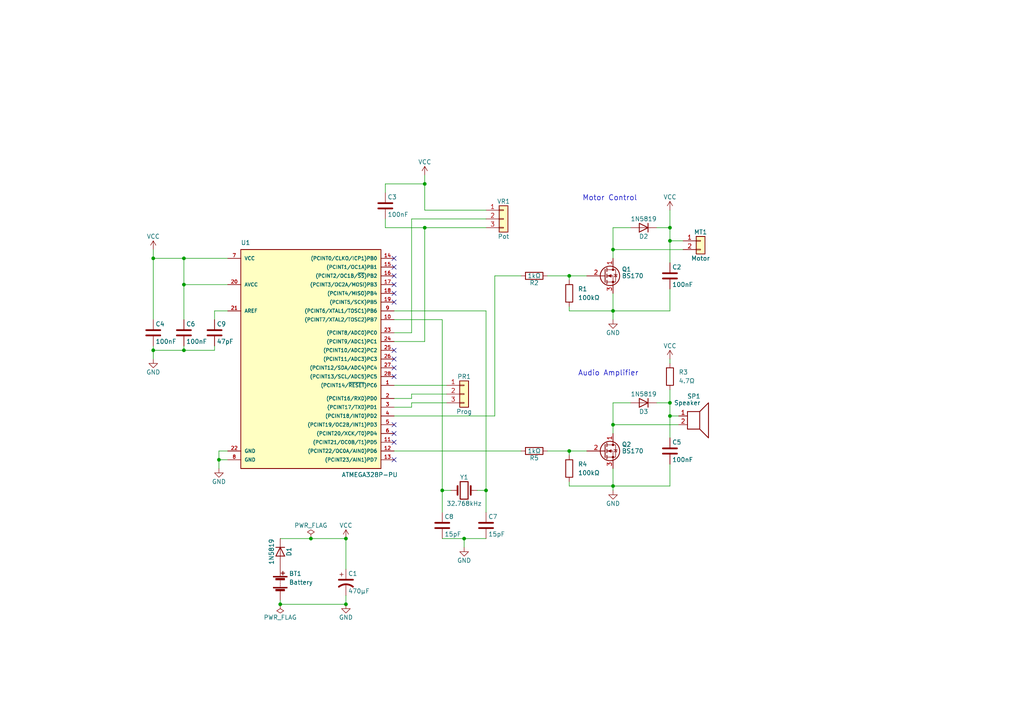
<source format=kicad_sch>
(kicad_sch (version 20211123) (generator eeschema)
  (paper "A4")
  (lib_symbols
    (symbol "Device:Battery" (pin_numbers hide) (pin_names (offset 0) hide)
      (property "Reference" "BT" (at 2.54 2.54 0))
      (property "Value" "Battery" (at 2.54 0 0))
      (symbol "Battery_0_1"
        (rectangle (start -2.032 -1.397) (end 2.032 -1.651) (fill (type outline)))
        (rectangle (start -2.032 1.778) (end 2.032 1.524) (fill (type outline)))
        (rectangle (start -1.3208 -1.9812) (end 1.27 -2.4892) (fill (type outline)))
        (rectangle (start -1.3208 1.1938) (end 1.27 0.6858) (fill (type outline)))
        (polyline (pts (xy 0 -1.524) (xy 0 -1.27)))
        (polyline (pts (xy 0 -1.016) (xy 0 -0.762)))
        (polyline (pts (xy 0 -0.508) (xy 0 -0.254)))
        (polyline (pts (xy 0 0) (xy 0 0.254)))
        (polyline (pts (xy 0 0.508) (xy 0 0.762)))
        (polyline (pts (xy 0 1.778) (xy 0 2.54)))
        (polyline (pts (xy 0.254 2.667) (xy 1.27 2.667)) (stroke (width 0.254)))
        (polyline (pts (xy 0.762 3.175) (xy 0.762 2.159)) (stroke (width 0.254)))
      )
      (symbol "Battery_1_1"
        (pin passive line (at 0 5.08 270) (length 2.54) (name "+") (number "1"))
        (pin passive line (at 0 -5.08 90) (length 2.54) (name "-") (number "2"))
      )
    )
    (symbol "Device:C" (pin_numbers hide) (pin_names (offset 0.254))
      (property "Reference" "C" (at 0.635 2.54 0))
      (property "Value" "C" (at 0.635 -2.54 0))
      (symbol "C_0_1"
        (polyline (pts (xy -2.032 -0.762) (xy 2.032 -0.762)) (stroke (width 0.508)))
        (polyline (pts (xy -2.032 0.762) (xy 2.032 0.762)) (stroke (width 0.508)))
      )
      (symbol "C_1_1"
        (pin passive line (at 0 3.81 270) (length 2.794) (name "~") (number "1"))
        (pin passive line (at 0 -3.81 90) (length 2.794) (name "~") (number "2"))
      )
    )
    (symbol "Device:C_Polarized_US" (pin_numbers hide) (pin_names (offset 0.254) hide)
      (property "Reference" "C" (at 0.635 2.54 0))
      (property "Value" "C_Polarized_US" (at 0.635 -2.54 0))
      (symbol "C_Polarized_US_0_1"
        (polyline (pts (xy -2.032 0.762) (xy 2.032 0.762)) (stroke (width 0.508)))
        (polyline (pts (xy -1.778 2.286) (xy -0.762 2.286)))
        (polyline (pts (xy -1.27 1.778) (xy -1.27 2.794)))
        (arc (start 2.032 -1.27) (mid 0 -0.5572) (end -2.032 -1.27) (stroke (width 0.508)))
      )
      (symbol "C_Polarized_US_1_1"
        (pin passive line (at 0 3.81 270) (length 2.794) (name "~") (number "1"))
        (pin passive line (at 0 -3.81 90) (length 3.302) (name "~") (number "2"))
      )
    )
    (symbol "Device:Crystal" (pin_numbers hide) (pin_names (offset 1.016) hide)
      (property "Reference" "Y" (at 0 3.81 0))
      (property "Value" "Crystal" (at 0 -3.81 0))
      (symbol "Crystal_0_1"
        (rectangle (start -1.143 2.54) (end 1.143 -2.54) (stroke (width 0.3048)))
        (polyline (pts (xy -2.54 0) (xy -1.905 0)))
        (polyline (pts (xy -1.905 -1.27) (xy -1.905 1.27)) (stroke (width 0.508)))
        (polyline (pts (xy 1.905 -1.27) (xy 1.905 1.27)) (stroke (width 0.508)))
        (polyline (pts (xy 2.54 0) (xy 1.905 0)))
      )
      (symbol "Crystal_1_1"
        (pin passive line (at -3.81 0 0) (length 1.27) (name "1") (number "1"))
        (pin passive line (at 3.81 0 180) (length 1.27) (name "2") (number "2"))
      )
    )
    (symbol "Device:D" (pin_numbers hide) (pin_names (offset 1.016) hide)
      (property "Reference" "D" (at 0 2.54 0))
      (property "Value" "D" (at 0 -2.54 0))
      (symbol "D_0_1"
        (polyline (pts (xy -1.27 1.27) (xy -1.27 -1.27)) (stroke (width 0.254)))
        (polyline (pts (xy 1.27 0) (xy -1.27 0)))
        (polyline (pts (xy 1.27 1.27) (xy 1.27 -1.27) (xy -1.27 0) (xy 1.27 1.27)) (stroke (width 0.254)))
      )
      (symbol "D_1_1"
        (pin passive line (at -3.81 0 0) (length 2.54) (name "K") (number "1"))
        (pin passive line (at 3.81 0 180) (length 2.54) (name "A") (number "2"))
      )
    )
    (symbol "Device:R" (pin_numbers hide) (pin_names (offset 0))
      (property "Reference" "R" (at 2.032 0 90))
      (property "Value" "R" (at 0 0 90))
      (symbol "R_0_1"
        (rectangle (start -1.016 -2.54) (end 1.016 2.54) (stroke (width 0.254)))
      )
      (symbol "R_1_1"
        (pin passive line (at 0 3.81 270) (length 1.27) (name "~") (number "1"))
        (pin passive line (at 0 -3.81 90) (length 1.27) (name "~") (number "2"))
      )
    )
    (symbol "Device:Speaker" (pin_names (offset 0) hide)
      (property "Reference" "LS" (at 1.27 5.715 0))
      (property "Value" "Speaker" (at 1.27 3.81 0))
      (symbol "Speaker_0_0"
        (rectangle (start -2.54 1.27) (end 1.016 -3.81) (stroke (width 0.254)))
        (polyline (pts (xy 1.016 1.27) (xy 3.556 3.81) (xy 3.556 -6.35) (xy 1.016 -3.81)) (stroke (width 0.254)))
      )
      (symbol "Speaker_1_1"
        (pin input line (at -5.08 0 0) (length 2.54) (name "1") (number "1"))
        (pin input line (at -5.08 -2.54 0) (length 2.54) (name "2") (number "2"))
      )
    )
    (symbol "power:GND" (power) (pin_names (offset 0))
      (property "Value" "GND" (at 0 -3.81 0))
      (symbol "GND_0_1"
        (polyline (pts (xy 0 0) (xy 0 -1.27) (xy 1.27 -1.27) (xy 0 -2.54) (xy -1.27 -1.27) (xy 0 -1.27)))
      )
      (symbol "GND_1_1"
        (pin power_in line (at 0 0 270) (length 0) hide (name "GND") (number "1"))
      )
    )
    (symbol "power:PWR_FLAG" (power) (pin_numbers hide) (pin_names (offset 0) hide)
      (property "Value" "PWR_FLAG" (at 0 3.81 0))
      (symbol "PWR_FLAG_0_0"
        (pin power_out line (at 0 0 90) (length 0) (name "pwr") (number "1"))
      )
      (symbol "PWR_FLAG_0_1"
        (polyline (pts (xy 0 0) (xy 0 1.27) (xy -1.016 1.905) (xy 0 2.54) (xy 1.016 1.905) (xy 0 1.27)))
      )
    )
    (symbol "power:VCC" (power) (pin_names (offset 0))
      (property "Value" "VCC" (at 0 3.81 0))
      (symbol "VCC_0_1"
        (polyline (pts (xy -0.762 1.27) (xy 0 2.54)))
        (polyline (pts (xy 0 0) (xy 0 2.54)))
        (polyline (pts (xy 0 2.54) (xy 0.762 1.27)))
      )
      (symbol "VCC_1_1"
        (pin power_in line (at 0 0 90) (length 0) hide (name "VCC") (number "1"))
      )
    )
    (symbol "timer-rescue:ATMEGA328P-PU" (pin_names (offset 1.016))
      (property "Reference" "U" (at -19.05 31.75 0))
      (property "Value" "ATMEGA328P-PU" (at 10.16 -35.56 0))
      (symbol "ATMEGA328P-PU_0_1"
        (rectangle (start -19.05 30.48) (end 21.59 -33.02) (stroke (width 0.254)) (fill (type background)))
      )
      (symbol "ATMEGA328P-PU_1_1"
        (pin bidirectional line (at 25.4 -8.89 180) (length 3.81) (name "(PCINT14/~{RESET})PC6") (number "1"))
        (pin bidirectional line (at 25.4 10.16 180) (length 3.81) (name "(PCINT7/XTAL2/TOSC2)PB7") (number "10"))
        (pin bidirectional line (at 25.4 -25.4 180) (length 3.81) (name "(PCINT21/OC0B/T1)PD5") (number "11"))
        (pin bidirectional line (at 25.4 -27.94 180) (length 3.81) (name "(PCINT22/OC0A/AIN0)PD6") (number "12"))
        (pin bidirectional line (at 25.4 -30.48 180) (length 3.81) (name "(PCINT23/AIN1)PD7") (number "13"))
        (pin bidirectional line (at 25.4 27.94 180) (length 3.81) (name "(PCINT0/CLKO/ICP1)PB0") (number "14"))
        (pin bidirectional line (at 25.4 25.4 180) (length 3.81) (name "(PCINT1/OC1A)PB1") (number "15"))
        (pin bidirectional line (at 25.4 22.86 180) (length 3.81) (name "(PCINT2/OC1B/~{SS})PB2") (number "16"))
        (pin bidirectional line (at 25.4 20.32 180) (length 3.81) (name "(PCINT3/OC2A/MOSI)PB3") (number "17"))
        (pin bidirectional line (at 25.4 17.78 180) (length 3.81) (name "(PCINT4/MISO)PB4") (number "18"))
        (pin bidirectional line (at 25.4 15.24 180) (length 3.81) (name "(PCINT5/SCK)PB5") (number "19"))
        (pin bidirectional line (at 25.4 -12.7 180) (length 3.81) (name "(PCINT16/RXD)PD0") (number "2"))
        (pin power_in line (at -22.86 20.32 0) (length 3.81) (name "AVCC") (number "20"))
        (pin bidirectional line (at -22.86 12.7 0) (length 3.81) (name "AREF") (number "21"))
        (pin power_in line (at -22.86 -27.94 0) (length 3.81) (name "GND") (number "22"))
        (pin bidirectional line (at 25.4 6.35 180) (length 3.81) (name "(PCINT8/ADC0)PC0") (number "23"))
        (pin bidirectional line (at 25.4 3.81 180) (length 3.81) (name "(PCINT9/ADC1)PC1") (number "24"))
        (pin bidirectional line (at 25.4 1.27 180) (length 3.81) (name "(PCINT10/ADC2)PC2") (number "25"))
        (pin bidirectional line (at 25.4 -1.27 180) (length 3.81) (name "(PCINT11/ADC3)PC3") (number "26"))
        (pin bidirectional line (at 25.4 -3.81 180) (length 3.81) (name "(PCINT12/SDA/ADC4)PC4") (number "27"))
        (pin bidirectional line (at 25.4 -6.35 180) (length 3.81) (name "(PCINT13/SCL/ADC5)PC5") (number "28"))
        (pin bidirectional line (at 25.4 -15.24 180) (length 3.81) (name "(PCINT17/TXD)PD1") (number "3"))
        (pin bidirectional line (at 25.4 -17.78 180) (length 3.81) (name "(PCINT18/INT0)PD2") (number "4"))
        (pin bidirectional line (at 25.4 -20.32 180) (length 3.81) (name "(PCINT19/OC2B/INT1)PD3") (number "5"))
        (pin bidirectional line (at 25.4 -22.86 180) (length 3.81) (name "(PCINT20/XCK/T0)PD4") (number "6"))
        (pin power_in line (at -22.86 27.94 0) (length 3.81) (name "VCC") (number "7"))
        (pin power_in line (at -22.86 -30.48 0) (length 3.81) (name "GND") (number "8"))
        (pin bidirectional line (at 25.4 12.7 180) (length 3.81) (name "(PCINT6/XTAL1/TOSC1)PB6") (number "9"))
      )
    )
    (symbol "timer-rescue:BS170" (pin_names (offset 0) hide)
      (property "Reference" "Q" (at 5.08 1.905 0))
      (property "Value" "BS170" (at 5.08 0 0))
      (symbol "BS170_0_1"
        (polyline (pts (xy 0.762 -1.778) (xy 2.54 -1.778)))
        (polyline (pts (xy 0.762 -1.27) (xy 0.762 -2.286)) (stroke (width 0.254)))
        (polyline (pts (xy 0.762 0) (xy 2.54 0)))
        (polyline (pts (xy 0.762 0.508) (xy 0.762 -0.508)) (stroke (width 0.254)))
        (polyline (pts (xy 0.762 1.778) (xy 2.54 1.778)))
        (polyline (pts (xy 0.762 2.286) (xy 0.762 1.27)) (stroke (width 0.254)))
        (polyline (pts (xy 2.54 -1.778) (xy 2.54 -2.54)))
        (polyline (pts (xy 2.54 -1.778) (xy 2.54 0)))
        (polyline (pts (xy 2.54 2.54) (xy 2.54 1.778)))
        (polyline (pts (xy 0.254 1.905) (xy 0.254 -1.905) (xy 0.254 -1.905)) (stroke (width 0.254)))
        (polyline (pts (xy 1.016 0) (xy 2.032 0.381) (xy 2.032 -0.381) (xy 1.016 0)) (fill (type outline)))
        (polyline (pts (xy 2.54 -1.778) (xy 3.302 -1.778) (xy 3.302 1.778) (xy 2.54 1.778)))
        (polyline (pts (xy 2.794 0.508) (xy 2.921 0.381) (xy 3.683 0.381) (xy 3.81 0.254)))
        (polyline (pts (xy 3.302 0.381) (xy 2.921 -0.254) (xy 3.683 -0.254) (xy 3.302 0.381)))
        (circle (center 1.651 0) (radius 2.8194) (stroke (width 0.254)))
        (circle (center 2.54 -1.778) (radius 0.2794) (fill (type outline)))
        (circle (center 2.54 1.778) (radius 0.2794) (fill (type outline)))
      )
      (symbol "BS170_1_1"
        (pin passive line (at 2.54 5.08 270) (length 2.54) (name "D") (number "1"))
        (pin input line (at -5.08 0 0) (length 5.334) (name "G") (number "2"))
        (pin passive line (at 2.54 -5.08 90) (length 2.54) (name "S") (number "3"))
      )
    )
    (symbol "timer-rescue:Conn_01x02" (pin_names (offset 1.016) hide)
      (property "Reference" "J" (at 0 2.54 0))
      (property "Value" "Conn_01x02" (at 0 -5.08 0))
      (symbol "Conn_01x02_1_1"
        (rectangle (start -1.27 -2.413) (end 0 -2.667) (stroke (width 0.1524)))
        (rectangle (start -1.27 0.127) (end 0 -0.127) (stroke (width 0.1524)))
        (rectangle (start -1.27 1.27) (end 1.27 -3.81) (stroke (width 0.254)) (fill (type background)))
        (pin passive line (at -5.08 0 0) (length 3.81) (name "Pin_1") (number "1"))
        (pin passive line (at -5.08 -2.54 0) (length 3.81) (name "Pin_2") (number "2"))
      )
    )
    (symbol "timer-rescue:Conn_01x03" (pin_names (offset 1.016) hide)
      (property "Reference" "J" (at 0 5.08 0))
      (property "Value" "Conn_01x03" (at 0 -5.08 0))
      (symbol "Conn_01x03_1_1"
        (rectangle (start -1.27 -2.413) (end 0 -2.667) (stroke (width 0.1524)))
        (rectangle (start -1.27 0.127) (end 0 -0.127) (stroke (width 0.1524)))
        (rectangle (start -1.27 2.667) (end 0 2.413) (stroke (width 0.1524)))
        (rectangle (start -1.27 3.81) (end 1.27 -3.81) (stroke (width 0.254)) (fill (type background)))
        (pin passive line (at -5.08 2.54 0) (length 3.81) (name "Pin_1") (number "1"))
        (pin passive line (at -5.08 0 0) (length 3.81) (name "Pin_2") (number "2"))
        (pin passive line (at -5.08 -2.54 0) (length 3.81) (name "Pin_3") (number "3"))
      )
    )
  )
  (junction (at 177.8 72.39))
  (junction (at 53.34 82.55))
  (junction (at 63.5 133.35))
  (junction (at 90.17 156.21))
  (junction (at 44.45 74.93))
  (junction (at 100.33 156.21))
  (junction (at 53.34 101.6))
  (junction (at 194.31 66.04))
  (junction (at 165.1 80.01))
  (junction (at 140.97 142.24))
  (junction (at 134.62 156.21))
  (junction (at 53.34 74.93))
  (junction (at 100.33 175.26))
  (junction (at 177.8 123.19))
  (junction (at 165.1 130.81))
  (junction (at 123.19 66.04))
  (junction (at 194.31 116.84))
  (junction (at 177.8 140.97))
  (junction (at 194.31 120.65))
  (junction (at 44.45 101.6))
  (junction (at 123.19 53.34))
  (junction (at 81.28 175.26))
  (junction (at 177.8 90.17))
  (junction (at 128.27 142.24))
  (junction (at 194.31 69.85))
  (no_connect (at 114.3 125.73))
  (no_connect (at 114.3 80.01))
  (no_connect (at 114.3 106.68))
  (no_connect (at 114.3 85.09))
  (no_connect (at 114.3 77.47))
  (no_connect (at 114.3 123.19))
  (no_connect (at 114.3 109.22))
  (no_connect (at 114.3 82.55))
  (no_connect (at 114.3 87.63))
  (no_connect (at 114.3 133.35))
  (no_connect (at 114.3 104.14))
  (no_connect (at 114.3 74.93))
  (no_connect (at 114.3 128.27))
  (no_connect (at 114.3 101.6))
  (wire (pts (xy 62.23 101.6) (xy 53.34 101.6)))
  (wire (pts (xy 114.3 115.57) (xy 119.38 115.57)))
  (wire (pts (xy 44.45 72.39) (xy 44.45 74.93)))
  (wire (pts (xy 177.8 66.04) (xy 177.8 72.39)))
  (wire (pts (xy 182.88 66.04) (xy 177.8 66.04)))
  (wire (pts (xy 177.8 90.17) (xy 177.8 92.71)))
  (wire (pts (xy 194.31 116.84) (xy 194.31 120.65)))
  (wire (pts (xy 194.31 69.85) (xy 194.31 76.2)))
  (wire (pts (xy 134.62 156.21) (xy 134.62 158.75)))
  (wire (pts (xy 111.76 66.04) (xy 123.19 66.04)))
  (wire (pts (xy 140.97 142.24) (xy 138.43 142.24)))
  (wire (pts (xy 143.51 120.65) (xy 143.51 80.01)))
  (wire (pts (xy 177.8 85.09) (xy 177.8 90.17)))
  (wire (pts (xy 81.28 175.26) (xy 100.33 175.26)))
  (wire (pts (xy 81.28 173.99) (xy 81.28 175.26)))
  (wire (pts (xy 194.31 120.65) (xy 194.31 127)))
  (wire (pts (xy 44.45 101.6) (xy 44.45 104.14)))
  (wire (pts (xy 100.33 172.72) (xy 100.33 175.26)))
  (wire (pts (xy 81.28 156.21) (xy 90.17 156.21)))
  (wire (pts (xy 165.1 130.81) (xy 170.18 130.81)))
  (wire (pts (xy 194.31 104.14) (xy 194.31 105.41)))
  (wire (pts (xy 53.34 82.55) (xy 53.34 92.71)))
  (wire (pts (xy 194.31 66.04) (xy 190.5 66.04)))
  (wire (pts (xy 128.27 142.24) (xy 128.27 148.59)))
  (wire (pts (xy 158.75 80.01) (xy 165.1 80.01)))
  (wire (pts (xy 128.27 92.71) (xy 128.27 142.24)))
  (wire (pts (xy 123.19 66.04) (xy 123.19 99.06)))
  (wire (pts (xy 177.8 123.19) (xy 177.8 125.73)))
  (wire (pts (xy 194.31 113.03) (xy 194.31 116.84)))
  (wire (pts (xy 44.45 74.93) (xy 53.34 74.93)))
  (wire (pts (xy 66.04 90.17) (xy 62.23 90.17)))
  (wire (pts (xy 53.34 100.33) (xy 53.34 101.6)))
  (wire (pts (xy 165.1 80.01) (xy 170.18 80.01)))
  (wire (pts (xy 194.31 66.04) (xy 194.31 69.85)))
  (wire (pts (xy 62.23 100.33) (xy 62.23 101.6)))
  (wire (pts (xy 194.31 116.84) (xy 190.5 116.84)))
  (wire (pts (xy 140.97 142.24) (xy 140.97 148.59)))
  (wire (pts (xy 123.19 60.96) (xy 140.97 60.96)))
  (wire (pts (xy 165.1 140.97) (xy 177.8 140.97)))
  (wire (pts (xy 194.31 90.17) (xy 177.8 90.17)))
  (wire (pts (xy 123.19 66.04) (xy 140.97 66.04)))
  (wire (pts (xy 53.34 74.93) (xy 53.34 82.55)))
  (wire (pts (xy 100.33 156.21) (xy 100.33 165.1)))
  (wire (pts (xy 114.3 130.81) (xy 151.13 130.81)))
  (wire (pts (xy 123.19 53.34) (xy 123.19 60.96)))
  (wire (pts (xy 119.38 118.11) (xy 119.38 116.84)))
  (wire (pts (xy 119.38 116.84) (xy 129.54 116.84)))
  (wire (pts (xy 119.38 63.5) (xy 140.97 63.5)))
  (wire (pts (xy 130.81 142.24) (xy 128.27 142.24)))
  (wire (pts (xy 194.31 60.96) (xy 194.31 66.04)))
  (wire (pts (xy 111.76 53.34) (xy 123.19 53.34)))
  (wire (pts (xy 165.1 139.7) (xy 165.1 140.97)))
  (wire (pts (xy 177.8 116.84) (xy 177.8 123.19)))
  (wire (pts (xy 114.3 111.76) (xy 129.54 111.76)))
  (wire (pts (xy 114.3 118.11) (xy 119.38 118.11)))
  (wire (pts (xy 128.27 156.21) (xy 134.62 156.21)))
  (wire (pts (xy 62.23 90.17) (xy 62.23 92.71)))
  (wire (pts (xy 63.5 133.35) (xy 63.5 135.89)))
  (wire (pts (xy 44.45 100.33) (xy 44.45 101.6)))
  (wire (pts (xy 194.31 83.82) (xy 194.31 90.17)))
  (wire (pts (xy 158.75 130.81) (xy 165.1 130.81)))
  (wire (pts (xy 114.3 96.52) (xy 119.38 96.52)))
  (wire (pts (xy 194.31 134.62) (xy 194.31 140.97)))
  (wire (pts (xy 123.19 99.06) (xy 114.3 99.06)))
  (wire (pts (xy 194.31 140.97) (xy 177.8 140.97)))
  (wire (pts (xy 66.04 130.81) (xy 63.5 130.81)))
  (wire (pts (xy 123.19 50.8) (xy 123.19 53.34)))
  (wire (pts (xy 119.38 115.57) (xy 119.38 114.3)))
  (wire (pts (xy 165.1 90.17) (xy 177.8 90.17)))
  (wire (pts (xy 111.76 55.88) (xy 111.76 53.34)))
  (wire (pts (xy 165.1 80.01) (xy 165.1 81.28)))
  (wire (pts (xy 177.8 72.39) (xy 177.8 74.93)))
  (wire (pts (xy 165.1 130.81) (xy 165.1 132.08)))
  (wire (pts (xy 134.62 156.21) (xy 140.97 156.21)))
  (wire (pts (xy 63.5 130.81) (xy 63.5 133.35)))
  (wire (pts (xy 196.85 123.19) (xy 177.8 123.19)))
  (wire (pts (xy 177.8 140.97) (xy 177.8 142.24)))
  (wire (pts (xy 194.31 69.85) (xy 198.12 69.85)))
  (wire (pts (xy 114.3 120.65) (xy 143.51 120.65)))
  (wire (pts (xy 140.97 90.17) (xy 140.97 142.24)))
  (wire (pts (xy 143.51 80.01) (xy 151.13 80.01)))
  (wire (pts (xy 177.8 135.89) (xy 177.8 140.97)))
  (wire (pts (xy 165.1 88.9) (xy 165.1 90.17)))
  (wire (pts (xy 44.45 74.93) (xy 44.45 92.71)))
  (wire (pts (xy 66.04 133.35) (xy 63.5 133.35)))
  (wire (pts (xy 53.34 82.55) (xy 66.04 82.55)))
  (wire (pts (xy 182.88 116.84) (xy 177.8 116.84)))
  (wire (pts (xy 128.27 92.71) (xy 114.3 92.71)))
  (wire (pts (xy 119.38 114.3) (xy 129.54 114.3)))
  (wire (pts (xy 111.76 63.5) (xy 111.76 66.04)))
  (wire (pts (xy 53.34 101.6) (xy 44.45 101.6)))
  (wire (pts (xy 53.34 74.93) (xy 66.04 74.93)))
  (wire (pts (xy 177.8 72.39) (xy 198.12 72.39)))
  (wire (pts (xy 119.38 96.52) (xy 119.38 63.5)))
  (wire (pts (xy 194.31 120.65) (xy 196.85 120.65)))
  (wire (pts (xy 90.17 156.21) (xy 100.33 156.21)))
  (wire (pts (xy 114.3 90.17) (xy 140.97 90.17)))
  (text "Audio Amplifier" (at 167.64 109.22 0) (effects (font (size 1.524 1.524)) (justify left bottom)))
  (text "Motor Control" (at 168.91 58.42 0) (effects (font (size 1.524 1.524)) (justify left bottom)))
  (symbol (lib_id "timer-rescue:ATMEGA328P-PU") (at 88.9 102.87 0) (unit 1)
    (property "Reference" "U1" (at 69.85 71.12 0) (effects (justify left bottom)))
    (property "Value" "ATMEGA328P-PU" (at 99.06 138.43 0) (effects (justify left bottom)))
    (property "Footprint" "Package_DIP:DIP-28_W7.62mm_Socket" (effects hide))
  )
  (symbol (lib_id "power:GND") (at 63.5 135.89 0) (unit 1)
    (property "Reference" "#PWR02" (effects hide))
    (property "Value" "GND" (at 63.5 139.7 0))
  )
  (symbol (lib_id "power:VCC") (at 44.45 72.39 0) (unit 1)
    (property "Reference" "#PWR0101" (effects hide))
    (property "Value" "VCC" (at 44.45 68.58 0))
  )
  (symbol (lib_id "Device:C") (at 62.23 96.52 0) (unit 1)
    (property "Reference" "C9" (at 62.865 93.98 0) (effects (justify left)))
    (property "Value" "47pF" (at 62.865 99.06 0) (effects (justify left)))
    (property "Footprint" "Capacitor_THT:C_Disc_D5.0mm_W2.5mm_P2.50mm" (effects hide))
  )
  (symbol (lib_id "Device:Crystal") (at 134.62 142.24 0) (unit 1)
    (property "Reference" "Y1" (at 134.62 138.43 0))
    (property "Value" "32.768kHz" (at 134.62 146.05 0))
    (property "Footprint" "Crystal:Crystal_C38-LF_D3.0mm_L8.0mm_Vertical" (effects hide))
    (property "Datasheet" "http://www.abracon.com/Resonators/AB38T.pdf" (effects hide))
  )
  (symbol (lib_id "Device:C") (at 128.27 152.4 0) (unit 1)
    (property "Reference" "C8" (at 128.905 149.86 0) (effects (justify left)))
    (property "Value" "15pF" (at 128.905 154.94 0) (effects (justify left)))
    (property "Footprint" "Capacitor_THT:C_Disc_D5.0mm_W2.5mm_P2.50mm" (effects hide))
  )
  (symbol (lib_id "Device:C") (at 140.97 152.4 0) (unit 1)
    (property "Reference" "C7" (at 141.605 149.86 0) (effects (justify left)))
    (property "Value" "15pF" (at 141.605 154.94 0) (effects (justify left)))
    (property "Footprint" "Capacitor_THT:C_Disc_D5.0mm_W2.5mm_P2.50mm" (effects hide))
  )
  (symbol (lib_id "power:GND") (at 134.62 158.75 0) (unit 1)
    (property "Reference" "#PWR04" (effects hide))
    (property "Value" "GND" (at 134.62 162.56 0))
  )
  (symbol (lib_id "power:GND") (at 177.8 142.24 0) (unit 1)
    (property "Reference" "#PWR06" (effects hide))
    (property "Value" "GND" (at 177.8 146.05 0))
  )
  (symbol (lib_id "power:VCC") (at 194.31 104.14 0) (unit 1)
    (property "Reference" "#PWR0104" (effects hide))
    (property "Value" "VCC" (at 194.31 100.33 0))
  )
  (symbol (lib_id "Device:Speaker") (at 201.93 120.65 0) (unit 1)
    (property "Reference" "SP1" (at 203.2 114.935 0) (effects (justify right)))
    (property "Value" "Speaker" (at 203.2 116.84 0) (effects (justify right)))
    (property "Footprint" "Connector_PinHeader_2.54mm:PinHeader_1x02_P2.54mm_Vertical" (effects hide))
  )
  (symbol (lib_id "timer-rescue:Conn_01x02") (at 203.2 69.85 0) (unit 1)
    (property "Reference" "MT1" (at 203.2 67.31 0))
    (property "Value" "Motor" (at 203.2 74.93 0))
    (property "Footprint" "Connector_PinHeader_2.54mm:PinHeader_1x02_P2.54mm_Vertical" (effects hide))
  )
  (symbol (lib_id "timer-rescue:Conn_01x03") (at 146.05 63.5 0) (unit 1)
    (property "Reference" "VR1" (at 146.05 58.42 0))
    (property "Value" "Pot" (at 146.05 68.58 0))
    (property "Footprint" "Connector_PinHeader_2.54mm:PinHeader_1x03_P2.54mm_Vertical" (effects hide))
  )
  (symbol (lib_id "power:VCC") (at 123.19 50.8 0) (unit 1)
    (property "Reference" "#PWR0105" (effects hide))
    (property "Value" "VCC" (at 123.19 46.99 0))
  )
  (symbol (lib_id "power:GND") (at 100.33 175.26 0) (unit 1)
    (property "Reference" "#PWR03" (effects hide))
    (property "Value" "GND" (at 100.33 179.07 0))
  )
  (symbol (lib_id "power:VCC") (at 100.33 156.21 0) (unit 1)
    (property "Reference" "#PWR0103" (effects hide))
    (property "Value" "VCC" (at 100.33 152.4 0))
  )
  (symbol (lib_id "Device:Battery") (at 81.28 168.91 0) (unit 1)
    (property "Reference" "BT1" (at 83.82 166.37 0) (effects (justify left)))
    (property "Value" "Battery" (at 83.82 168.91 0) (effects (justify left)))
    (property "Footprint" "Connector_PinHeader_2.54mm:PinHeader_1x02_P2.54mm_Vertical" (effects hide))
  )
  (symbol (lib_id "timer-rescue:Conn_01x03") (at 134.62 114.3 0) (unit 1)
    (property "Reference" "PR1" (at 134.62 109.22 0))
    (property "Value" "Prog" (at 134.62 119.38 0))
    (property "Footprint" "Connector_PinHeader_2.54mm:PinHeader_1x03_P2.54mm_Vertical" (effects hide))
  )
  (symbol (lib_id "timer-rescue:BS170") (at 175.26 130.81 0) (unit 1)
    (property "Reference" "Q2" (at 180.34 128.905 0) (effects (justify left)))
    (property "Value" "BS170" (at 180.34 130.81 0) (effects (justify left)))
    (property "Footprint" "Package_TO_SOT_THT:TO-92_Inline_Wide" (effects hide))
  )
  (symbol (lib_id "Device:R") (at 154.94 130.81 270) (unit 1)
    (property "Reference" "R5" (at 154.94 132.842 90))
    (property "Value" "1kΩ" (at 154.94 130.81 90))
    (property "Footprint" "Resistor_THT:R_Axial_DIN0207_L6.3mm_D2.5mm_P2.54mm_Vertical" (effects hide))
  )
  (symbol (lib_id "Device:D") (at 186.69 116.84 180) (unit 1)
    (property "Reference" "D3" (at 186.69 119.38 0))
    (property "Value" "1N5819" (at 186.69 114.3 0))
    (property "Footprint" "Diode_THT:D_DO-41_SOD81_P2.54mm_Vertical_KathodeUp" (effects hide))
  )
  (symbol (lib_id "Device:C") (at 194.31 130.81 0) (unit 1)
    (property "Reference" "C5" (at 194.945 128.27 0) (effects (justify left)))
    (property "Value" "100nF" (at 194.945 133.35 0) (effects (justify left)))
    (property "Footprint" "Capacitor_THT:C_Disc_D5.0mm_W2.5mm_P5.00mm" (effects hide))
  )
  (symbol (lib_id "power:GND") (at 177.8 92.71 0) (unit 1)
    (property "Reference" "#PWR05" (effects hide))
    (property "Value" "GND" (at 177.8 96.52 0))
  )
  (symbol (lib_id "power:VCC") (at 194.31 60.96 0) (unit 1)
    (property "Reference" "#PWR0102" (effects hide))
    (property "Value" "VCC" (at 194.31 57.15 0))
  )
  (symbol (lib_id "timer-rescue:BS170") (at 175.26 80.01 0) (unit 1)
    (property "Reference" "Q1" (at 180.34 78.105 0) (effects (justify left)))
    (property "Value" "BS170" (at 180.34 80.01 0) (effects (justify left)))
    (property "Footprint" "Package_TO_SOT_THT:TO-92_Inline_Wide" (effects hide))
  )
  (symbol (lib_id "Device:R") (at 154.94 80.01 270) (unit 1)
    (property "Reference" "R2" (at 154.94 82.042 90))
    (property "Value" "1kΩ" (at 154.94 80.01 90))
    (property "Footprint" "Resistor_THT:R_Axial_DIN0207_L6.3mm_D2.5mm_P2.54mm_Vertical" (effects hide))
  )
  (symbol (lib_id "Device:D") (at 186.69 66.04 180) (unit 1)
    (property "Reference" "D2" (at 186.69 68.58 0))
    (property "Value" "1N5819" (at 186.69 63.5 0))
    (property "Footprint" "Diode_THT:D_DO-41_SOD81_P2.54mm_Vertical_KathodeUp" (effects hide))
  )
  (symbol (lib_id "Device:C") (at 194.31 80.01 0) (unit 1)
    (property "Reference" "C2" (at 194.945 77.47 0) (effects (justify left)))
    (property "Value" "100nF" (at 194.945 82.55 0) (effects (justify left)))
    (property "Footprint" "Capacitor_THT:C_Disc_D5.0mm_W2.5mm_P5.00mm" (effects hide))
  )
  (symbol (lib_id "Device:C") (at 44.45 96.52 0) (unit 1)
    (property "Reference" "C4" (at 45.085 93.98 0) (effects (justify left)))
    (property "Value" "100nF" (at 45.085 99.06 0) (effects (justify left)))
    (property "Footprint" "Capacitor_THT:C_Disc_D5.0mm_W2.5mm_P5.00mm" (effects hide))
  )
  (symbol (lib_id "Device:C") (at 53.34 96.52 0) (unit 1)
    (property "Reference" "C6" (at 53.975 93.98 0) (effects (justify left)))
    (property "Value" "100nF" (at 53.975 99.06 0) (effects (justify left)))
    (property "Footprint" "Capacitor_THT:C_Disc_D5.0mm_W2.5mm_P5.00mm" (effects hide))
  )
  (symbol (lib_id "power:GND") (at 44.45 104.14 0) (unit 1)
    (property "Reference" "#PWR01" (effects hide))
    (property "Value" "GND" (at 44.45 107.95 0))
  )
  (symbol (lib_id "Device:C_Polarized_US") (at 100.33 168.91 0) (unit 1)
    (property "Reference" "C1" (at 100.965 166.37 0) (effects (justify left)))
    (property "Value" "470µF" (at 100.965 171.45 0) (effects (justify left)))
    (property "Footprint" "Capacitor_THT:CP_Radial_D10.0mm_P5.00mm" (effects hide))
  )
  (symbol (lib_id "power:PWR_FLAG") (at 81.28 175.26 180) (unit 1)
    (property "Reference" "#FLG02" (effects hide))
    (property "Value" "PWR_FLAG" (at 81.28 179.07 0))
  )
  (symbol (lib_id "Device:D") (at 81.28 160.02 270) (unit 1)
    (property "Reference" "D1" (at 83.82 160.02 0))
    (property "Value" "1N5819" (at 78.74 160.02 0))
    (property "Footprint" "Diode_THT:D_DO-41_SOD81_P2.54mm_Vertical_KathodeUp" (effects hide))
  )
  (symbol (lib_id "Device:R") (at 165.1 135.89 0) (unit 1)
    (property "Reference" "R4" (at 167.64 134.6199 0) (effects (justify left)))
    (property "Value" "100kΩ" (at 167.64 137.1599 0) (effects (justify left)))
    (property "Footprint" "Resistor_THT:R_Axial_DIN0207_L6.3mm_D2.5mm_P2.54mm_Vertical" (effects hide))
  )
  (symbol (lib_id "Device:R") (at 165.1 85.09 0) (unit 1)
    (property "Reference" "R1" (at 167.64 83.8199 0) (effects (justify left)))
    (property "Value" "100kΩ" (at 167.64 86.3599 0) (effects (justify left)))
    (property "Footprint" "Resistor_THT:R_Axial_DIN0207_L6.3mm_D2.5mm_P2.54mm_Vertical" (effects hide))
  )
  (symbol (lib_id "Device:R") (at 194.31 109.22 0) (unit 1)
    (property "Reference" "R3" (at 196.85 107.9499 0) (effects (justify left)))
    (property "Value" "4.7Ω" (at 196.85 110.4899 0) (effects (justify left)))
    (property "Footprint" "Resistor_THT:R_Axial_DIN0207_L6.3mm_D2.5mm_P2.54mm_Vertical" (effects hide))
  )
  (symbol (lib_id "Device:C") (at 111.76 59.69 0) (unit 1)
    (property "Reference" "C3" (at 112.395 57.15 0) (effects (justify left)))
    (property "Value" "100nF" (at 112.395 62.23 0) (effects (justify left)))
    (property "Footprint" "Capacitor_THT:C_Disc_D5.0mm_W2.5mm_P5.00mm" (effects hide))
  )
  (symbol (lib_id "power:PWR_FLAG") (at 90.17 156.21 0) (unit 1)
    (property "Reference" "#FLG0101" (effects hide))
    (property "Value" "PWR_FLAG" (at 90.17 152.4 0))
  )
)
</source>
